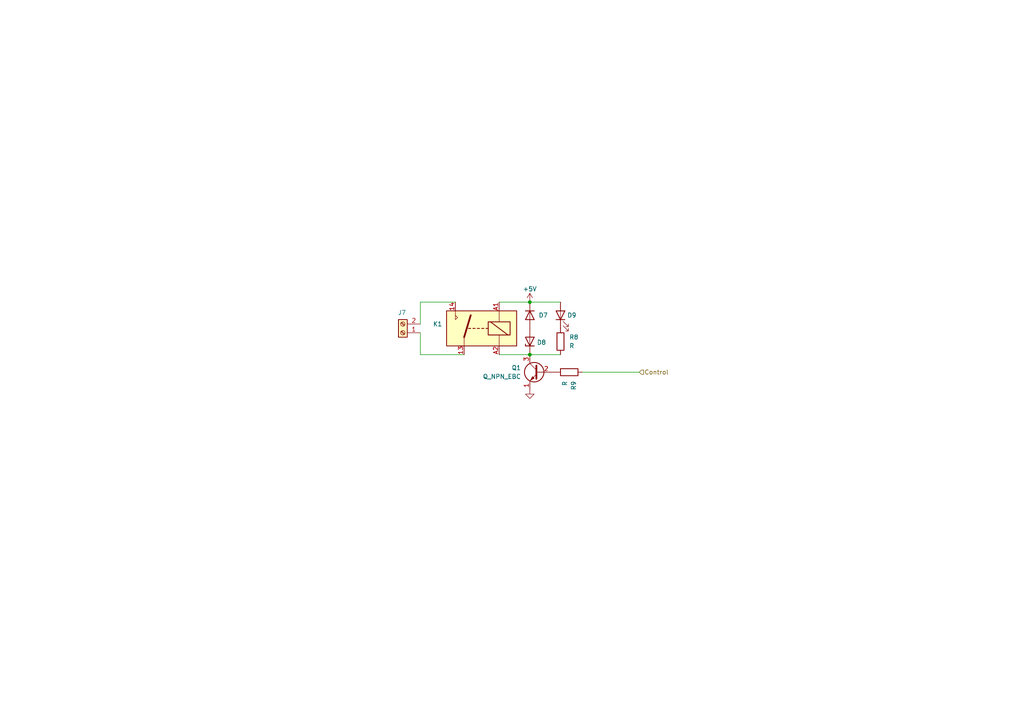
<source format=kicad_sch>
(kicad_sch (version 20231120) (generator "eeschema") (generator_version "8.0")
  (paper "A4")
  (lib_symbols
    (symbol "Connector:Screw_Terminal_01x02" (pin_names (offset 1.016) hide)
      (property "Reference" "J" (at 0 2.54 0))
      (property "Value" "Screw_Terminal_01x02" (at 0 -5.08 0))
      (symbol "Screw_Terminal_01x02_1_1"
        (rectangle (start -1.27 1.27) (end 1.27 -3.81) (stroke (width 0.254)) (fill (type background)))
        (circle (center 0 -2.54) (radius 0.635) (stroke (width 0.1524)))
        (polyline (pts (xy -0.5334 -2.2098) (xy 0.3302 -3.048)) (stroke (width 0.1524)))
        (polyline (pts (xy -0.5334 0.3302) (xy 0.3302 -0.508)) (stroke (width 0.1524)))
        (polyline (pts (xy -0.3556 -2.032) (xy 0.508 -2.8702)) (stroke (width 0.1524)))
        (polyline (pts (xy -0.3556 0.508) (xy 0.508 -0.3302)) (stroke (width 0.1524)))
        (circle (center 0 0) (radius 0.635) (stroke (width 0.1524)))
        (pin passive line (at -5.08 0 0) (length 3.81) (name "Pin_1") (number "1"))
        (pin passive line (at -5.08 -2.54 0) (length 3.81) (name "Pin_2") (number "2"))
      )
    )
    (symbol "Device:D" (pin_numbers hide) (pin_names (offset 1.016) hide)
      (property "Reference" "D" (at 0 2.54 0))
      (property "Value" "D" (at 0 -2.54 0))
      (symbol "D_0_1"
        (polyline (pts (xy -1.27 1.27) (xy -1.27 -1.27)) (stroke (width 0.254)))
        (polyline (pts (xy 1.27 0) (xy -1.27 0)))
        (polyline (pts (xy 1.27 1.27) (xy 1.27 -1.27) (xy -1.27 0) (xy 1.27 1.27)) (stroke (width 0.254)))
      )
      (symbol "D_1_1"
        (pin passive line (at -3.81 0 0) (length 2.54) (name "K") (number "1"))
        (pin passive line (at 3.81 0 180) (length 2.54) (name "A") (number "2"))
      )
    )
    (symbol "Device:D_Zener" (pin_numbers hide) (pin_names (offset 1.016) hide)
      (property "Reference" "D" (at 0 2.54 0))
      (property "Value" "D_Zener" (at 0 -2.54 0))
      (symbol "D_Zener_0_1"
        (polyline (pts (xy 1.27 0) (xy -1.27 0)))
        (polyline (pts (xy -1.27 -1.27) (xy -1.27 1.27) (xy -0.762 1.27)) (stroke (width 0.254)))
        (polyline (pts (xy 1.27 -1.27) (xy 1.27 1.27) (xy -1.27 0) (xy 1.27 -1.27)) (stroke (width 0.254)))
      )
      (symbol "D_Zener_1_1"
        (pin passive line (at -3.81 0 0) (length 2.54) (name "K") (number "1"))
        (pin passive line (at 3.81 0 180) (length 2.54) (name "A") (number "2"))
      )
    )
    (symbol "Device:LED" (pin_numbers hide) (pin_names (offset 1.016) hide)
      (property "Reference" "D" (at 0 2.54 0))
      (property "Value" "LED" (at 0 -2.54 0))
      (symbol "LED_0_1"
        (polyline (pts (xy -1.27 -1.27) (xy -1.27 1.27)) (stroke (width 0.254)))
        (polyline (pts (xy -1.27 0) (xy 1.27 0)))
        (polyline (pts (xy 1.27 -1.27) (xy 1.27 1.27) (xy -1.27 0) (xy 1.27 -1.27)) (stroke (width 0.254)))
        (polyline (pts (xy -3.048 -0.762) (xy -4.572 -2.286) (xy -3.81 -2.286) (xy -4.572 -2.286) (xy -4.572 -1.524)))
        (polyline (pts (xy -1.778 -0.762) (xy -3.302 -2.286) (xy -2.54 -2.286) (xy -3.302 -2.286) (xy -3.302 -1.524)))
      )
      (symbol "LED_1_1"
        (pin passive line (at -3.81 0 0) (length 2.54) (name "K") (number "1"))
        (pin passive line (at 3.81 0 180) (length 2.54) (name "A") (number "2"))
      )
    )
    (symbol "Device:Q_NPN_EBC" (pin_names (offset 0) hide)
      (property "Reference" "Q" (at 5.08 1.27 0))
      (property "Value" "Q_NPN_EBC" (at 5.08 -1.27 0))
      (symbol "Q_NPN_EBC_0_1"
        (polyline (pts (xy 0.635 0.635) (xy 2.54 2.54)))
        (polyline (pts (xy 0.635 -0.635) (xy 2.54 -2.54) (xy 2.54 -2.54)))
        (polyline (pts (xy 0.635 1.905) (xy 0.635 -1.905) (xy 0.635 -1.905)) (stroke (width 0.508)))
        (polyline (pts (xy 1.27 -1.778) (xy 1.778 -1.27) (xy 2.286 -2.286) (xy 1.27 -1.778) (xy 1.27 -1.778)) (fill (type outline)))
        (circle (center 1.27 0) (radius 2.8194) (stroke (width 0.254)))
      )
      (symbol "Q_NPN_EBC_1_1"
        (pin passive line (at 2.54 -5.08 90) (length 2.54) (name "E") (number "1"))
        (pin passive line (at -5.08 0 0) (length 5.715) (name "B") (number "2"))
        (pin passive line (at 2.54 5.08 270) (length 2.54) (name "C") (number "3"))
      )
    )
    (symbol "Device:R" (pin_numbers hide) (pin_names (offset 0))
      (property "Reference" "R" (at 2.032 0 90))
      (property "Value" "R" (at 0 0 90))
      (symbol "R_0_1"
        (rectangle (start -1.016 -2.54) (end 1.016 2.54) (stroke (width 0.254)))
      )
      (symbol "R_1_1"
        (pin passive line (at 0 3.81 270) (length 1.27) (name "~") (number "1"))
        (pin passive line (at 0 -3.81 90) (length 1.27) (name "~") (number "2"))
      )
    )
    (symbol "GND_1" (power) (pin_numbers hide) (pin_names (offset 0) hide)
      (property "Value" "GND" (at 0 -3.81 0))
      (symbol "GND_1_0_1"
        (polyline (pts (xy 0 0) (xy 0 -1.27) (xy 1.27 -1.27) (xy 0 -2.54) (xy -1.27 -1.27) (xy 0 -1.27)))
      )
      (symbol "GND_1_1_1"
        (pin power_in line (at 0 0 270) (length 0) (name "~") (number "1"))
      )
    )
    (symbol "Relay:Relay_SPST-NO"
      (property "Reference" "K" (at 11.43 3.81 0))
      (property "Value" "Relay_SPST-NO" (at 11.43 1.27 0))
      (symbol "Relay_SPST-NO_0_0"
        (polyline (pts (xy 7.62 5.08) (xy 7.62 2.54) (xy 6.985 3.175) (xy 7.62 3.81)))
      )
      (symbol "Relay_SPST-NO_0_1"
        (rectangle (start -10.16 5.08) (end 10.16 -5.08) (stroke (width 0.254)) (fill (type background)))
        (rectangle (start -8.255 1.905) (end -1.905 -1.905) (stroke (width 0.254)))
        (polyline (pts (xy -7.62 -1.905) (xy -2.54 1.905)) (stroke (width 0.254)))
        (polyline (pts (xy -5.08 -5.08) (xy -5.08 -1.905)))
        (polyline (pts (xy -5.08 5.08) (xy -5.08 1.905)))
        (polyline (pts (xy -1.905 0) (xy -1.27 0)) (stroke (width 0.254)))
        (polyline (pts (xy -0.635 0) (xy 0 0)) (stroke (width 0.254)))
        (polyline (pts (xy 0.635 0) (xy 1.27 0)) (stroke (width 0.254)))
        (polyline (pts (xy 1.905 0) (xy 2.54 0)) (stroke (width 0.254)))
        (polyline (pts (xy 3.175 0) (xy 3.81 0)) (stroke (width 0.254)))
        (polyline (pts (xy 5.08 -2.54) (xy 3.175 3.81)) (stroke (width 0.508)))
        (polyline (pts (xy 5.08 -2.54) (xy 5.08 -5.08)))
      )
      (symbol "Relay_SPST-NO_1_1"
        (pin passive line (at 5.08 -7.62 90) (length 2.54) (name "~") (number "13"))
        (pin passive line (at 7.62 7.62 270) (length 2.54) (name "~") (number "14"))
        (pin passive line (at -5.08 7.62 270) (length 2.54) (name "~") (number "A1"))
        (pin passive line (at -5.08 -7.62 90) (length 2.54) (name "~") (number "A2"))
      )
    )
    (symbol "power:+5V" (power) (pin_numbers hide) (pin_names (offset 0) hide)
      (property "Value" "+5V" (at 0 3.556 0))
      (symbol "+5V_0_1"
        (polyline (pts (xy -0.762 1.27) (xy 0 2.54)))
        (polyline (pts (xy 0 0) (xy 0 2.54)))
        (polyline (pts (xy 0 2.54) (xy 0.762 1.27)))
      )
      (symbol "+5V_1_1"
        (pin power_in line (at 0 0 90) (length 0) (name "~") (number "1"))
      )
    )
  )
  (junction (at 153.67 102.87))
  (junction (at 153.67 87.63))
  (wire (pts (xy 121.92 87.63) (xy 121.92 93.98)))
  (wire (pts (xy 144.78 87.63) (xy 153.67 87.63)))
  (wire (pts (xy 121.92 102.87) (xy 121.92 96.52)))
  (wire (pts (xy 168.91 107.95) (xy 185.42 107.95)))
  (wire (pts (xy 132.08 87.63) (xy 121.92 87.63)))
  (wire (pts (xy 153.67 102.87) (xy 144.78 102.87)))
  (wire (pts (xy 162.56 87.63) (xy 153.67 87.63)))
  (wire (pts (xy 162.56 102.87) (xy 153.67 102.87)))
  (wire (pts (xy 134.62 102.87) (xy 121.92 102.87)))
  (hierarchical_label "Control" (shape input) (at 185.42 107.95 0))
  (symbol (lib_id "Device:D_Zener") (at 153.67 99.06 90) (unit 1)
    (property "Reference" "D8" (at 155.702 99.314 90) (effects (justify right)))
    (property "Value" "D_Zener" (effects (hide yes)))
    (property "Footprint" "Diode_THT:D_DO-15_P10.16mm_Horizontal" (effects (hide yes)))
    (property "Description" "Zener diode" (effects (hide yes)))
    (instances (project "SolderTestPCB" (path "" (reference "D8") (unit 1)) (path "" (reference "D12") (unit 1))))
  )
  (symbol (lib_id "Device:D") (at 153.67 91.44 270) (unit 1)
    (property "Reference" "D7" (at 156.21 91.44 90) (effects (justify left)))
    (property "Value" "D" (effects (hide yes)))
    (property "Footprint" "Diode_THT:D_DO-15_P10.16mm_Horizontal" (effects (hide yes)))
    (property "Description" "Diode" (effects (hide yes)))
    (property "Sim.Device" "D" (effects (hide yes)))
    (property "Sim.Pins" "1=K 2=A" (effects (hide yes)))
    (instances (project "SolderTestPCB" (path "" (reference "D7") (unit 1)) (path "" (reference "D11") (unit 1))))
  )
  (symbol (lib_id "Device:R") (at 165.1 107.95 270) (mirror x) (unit 1)
    (property "Reference" "R9" (at 166.3701 110.49 0) (effects (justify right)))
    (property "Value" "R" (at 163.8301 110.49 0) (effects (justify right)))
    (property "Footprint" "Resistor_THT:R_Axial_DIN0204_L3.6mm_D1.6mm_P1.90mm_Vertical" (effects (hide yes)))
    (property "Description" "Resistor" (effects (hide yes)))
    (instances (project "SolderTestPCB" (path "" (reference "R9") (unit 1)) (path "" (reference "R13") (unit 1))))
  )
  (symbol (lib_id "Device:Q_NPN_EBC") (at 156.21 107.95 0) (mirror y) (unit 1)
    (property "Reference" "Q1" (at 151.13 106.6799 0) (effects (justify left)))
    (property "Value" "Q_NPN_EBC" (at 151.13 109.2199 0) (effects (justify left)))
    (property "Footprint" "Package_TO_SOT_THT:TO-92" (effects (hide yes)))
    (property "Description" "NPN transistor, emitter/base/collector" (effects (hide yes)))
    (instances (project "SolderTestPCB" (path "" (reference "Q1") (unit 1)) (path "" (reference "Q2") (unit 1))))
  )
  (symbol (lib_id "Device:LED") (at 162.56 91.44 90) (unit 1)
    (property "Reference" "D9" (at 165.862 91.44 90))
    (property "Value" "LED" (effects (hide yes)))
    (property "Footprint" "LED_THT:LED_D3.0mm" (effects (hide yes)))
    (property "Description" "Light emitting diode" (effects (hide yes)))
    (instances (project "SolderTestPCB" (path "" (reference "D9") (unit 1)) (path "" (reference "D13") (unit 1))))
  )
  (symbol (lib_name "GND_1") (lib_id "power:GND") (at 153.67 113.03 0) (mirror y) (unit 1)
    (property "Reference" "#PWR018" (effects (hide yes)))
    (property "Value" "GND" (effects (hide yes)))
    (property "Description" "Power symbol creates a global label with name \"GND\" , ground" (effects (hide yes)))
    (instances (project "SolderTestPCB" (path "" (reference "#PWR018") (unit 1)) (path "" (reference "#PWR022") (unit 1))))
  )
  (symbol (lib_id "Connector:Screw_Terminal_01x02") (at 116.84 96.52 180) (unit 1)
    (property "Reference" "J7" (at 116.586 90.678 0))
    (property "Value" "Screw_Terminal_01x02" (effects (hide yes)))
    (property "Footprint" "TerminalBlock_RND:TerminalBlock_RND_205-00001_1x02_P5.00mm_Horizontal" (effects (hide yes)))
    (property "Description" "Generic screw terminal, single row, 01x02, script generated (kicad-library-utils/schlib/autogen/connector/)" (effects (hide yes)))
    (instances (project "SolderTestPCB" (path "" (reference "J7") (unit 1)) (path "" (reference "J9") (unit 1))))
  )
  (symbol (lib_id "Device:R") (at 162.56 99.06 0) (mirror y) (unit 1)
    (property "Reference" "R8" (at 165.1 97.7899 0) (effects (justify right)))
    (property "Value" "R" (at 165.1 100.3299 0) (effects (justify right)))
    (property "Footprint" "Resistor_THT:R_Axial_DIN0204_L3.6mm_D1.6mm_P1.90mm_Vertical" (effects (hide yes)))
    (property "Description" "Resistor" (effects (hide yes)))
    (instances (project "SolderTestPCB" (path "" (reference "R8") (unit 1)) (path "" (reference "R12") (unit 1))))
  )
  (symbol (lib_id "Relay:Relay_SPST-NO") (at 139.7 95.25 0) (mirror y) (unit 1)
    (property "Reference" "K1" (at 128.27 93.9799 0) (effects (justify left)))
    (property "Value" "Relay_SPST-NO" (effects (hide yes)))
    (property "Footprint" "Relay_THT:Relay_SPST_SANYOU_SRD_Series_Form_A" (effects (hide yes)))
    (property "Description" "Relay SPST, Normally Open, EN50005" (effects (hide yes)))
    (instances (project "SolderTestPCB" (path "" (reference "K1") (unit 1)) (path "" (reference "K2") (unit 1))))
  )
  (symbol (lib_id "power:+5V") (at 153.67 87.63 0) (mirror y) (unit 1)
    (property "Reference" "#PWR017" (effects (hide yes)))
    (property "Value" "+5V" (at 153.67 83.82 0))
    (property "Description" "Power symbol creates a global label with name \"+5V\"" (effects (hide yes)))
    (instances (project "SolderTestPCB" (path "" (reference "#PWR017") (unit 1)) (path "" (reference "#PWR021") (unit 1))))
  )
)
</source>
